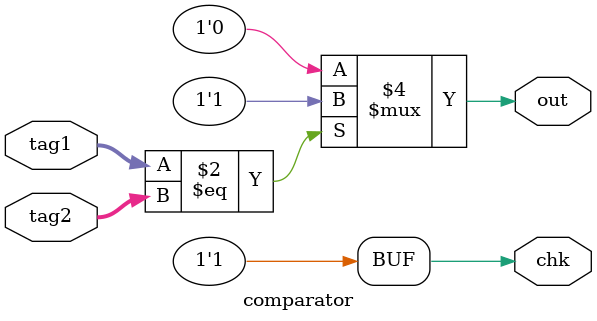
<source format=v>
/*
Computer Architecture Lab 3 - 15-01-2018
	Assignment : Direct Mapped Cache
					Byte addressable Cache with direct mapping to the Memory
					Physical Address of 32 bits (2^32 Bytes) in Main Memory
									Width	x	Depth
					Memory Size	: 2^8 Byte	x	2^24 Lines
					Cache Size	: 2^8 Byte	x	2^8 Cache Blocks
					Cache to Memory Mapping Ratio : 1 : 2^16

	Module : 16b Comparator for tag
		-- Eshita Arza	(COE15B013)
		-- Akshay Kumar	(CED15I031)
*/

module comparator(tag1, tag2, out, chk);

	input [15:0]tag1;
	input [15:0]tag2;
	output reg out;
	output reg chk;

	always@ *
	begin
		if(tag1 == tag2)
			out = 1'b1;
		else
			out = 1'b0;
		chk = 1'b1;
	end

endmodule // comparator
</source>
